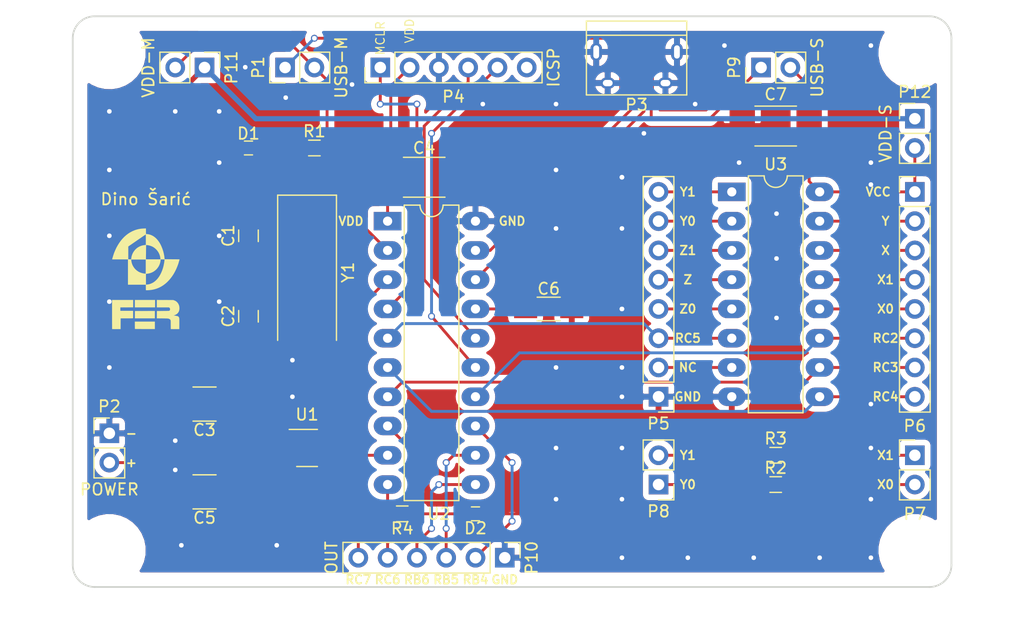
<source format=kicad_pcb>
(kicad_pcb (version 4) (host pcbnew 4.0.6)
  (layers (0 F.Cu signal) (31 B.Cu signal) (34 B.Paste user) (35 F.Paste user) (36 B.SilkS user) (37 F.SilkS user) (38 B.Mask user) (39 F.Mask user) (44 Edge.Cuts user))
  (net 0 "")
  (net 1 GND)
  (net 2 /CLKIN)
  (net 3 /CLKOUT)
  (net 4 "Net-(C3-Pad1)")
  (net 5 /VDD)
  (net 6 +5V)
  (net 7 "Net-(C6-Pad1)")
  (net 8 "Net-(C7-Pad2)")
  (net 9 "Net-(D1-Pad2)")
  (net 10 "Net-(D2-Pad2)")
  (net 11 /VBUS_USB)
  (net 12 /D-)
  (net 13 /D+)
  (net 14 "Net-(P3-Pad4)")
  (net 15 /MCLR)
  (net 16 /ICSPDAT)
  (net 17 /ICSPCLK)
  (net 18 "Net-(P4-Pad6)")
  (net 19 "Net-(P5-Pad2)")
  (net 20 /RC5)
  (net 21 /Z0)
  (net 22 /Z)
  (net 23 /Z1)
  (net 24 /Y0)
  (net 25 /Y1)
  (net 26 /Y)
  (net 27 /X)
  (net 28 /X1)
  (net 29 /X0)
  (net 30 /RC2)
  (net 31 /RC3)
  (net 32 /RC4)
  (net 33 "Net-(P7-Pad1)")
  (net 34 "Net-(P7-Pad2)")
  (net 35 "Net-(P8-Pad1)")
  (net 36 "Net-(P8-Pad2)")
  (net 37 /RB4)
  (net 38 /RB5)
  (net 39 /RB6)
  (net 40 /RC6)
  (net 41 /RC7)
  (net 42 /RB7)
  (net 43 "Net-(U1-Pad4)")
  (net 44 "Net-(U1-Pad5)")
  (module Mounting_Holes:MountingHole_4.3mm_M4 (layer F.Cu) (at 120.015 64.135)
    (fp_text reference REF** hide)
    (fp_text value MountingHole_4.3mm_M4)
    (pad 1 np_thru_hole circle (at 0 0) (size 4.3 4.3) (drill 4.3) (layers *.Cu *.Mask))
  )
  (module Mounting_Holes:MountingHole_4.3mm_M4 (layer F.Cu) (at 189.865 64.135)
    (fp_text reference REF** hide)
    (fp_text value MountingHole_4.3mm_M4)
    (pad 1 np_thru_hole circle (at 0 0) (size 4.3 4.3) (drill 4.3) (layers *.Cu *.Mask))
  )
  (module Mounting_Holes:MountingHole_4.3mm_M4 (layer F.Cu) (at 189.865 107.315)
    (fp_text reference "" (at 0 -5.3) (layer F.SilkS))
    (fp_text value MountingHole_4.3mm_M4)
    (pad 1 np_thru_hole circle (at 0 0) (size 4.3 4.3) (drill 4.3) (layers *.Cu *.Mask))
  )
  (module Pin_Headers:Pin_Header_Straight_1x02_Pitch2.54mm (layer F.Cu) (at 120.015 97.155)
    (fp_text reference P2 (at 0 -2.33) (layer F.SilkS))
    (fp_text value POWER (at 0 4.87) (layer F.SilkS))
    (pad 1 thru_hole rect (at 0 0) (size 1.7 1.7) (drill 1) (layers *.Cu *.Mask) (net 1 GND))
    (pad 2 thru_hole oval (at 0 2.54) (size 1.7 1.7) (drill 1) (layers *.Cu *.Mask) (net 4 "Net-(C3-Pad1)"))
  )
  (module Capacitors_SMD:C_0805_HandSoldering (layer F.Cu) (at 132.08 80.01 90)
    (fp_text reference C1 (at 0 -1.75 90) (layer F.SilkS))
    (fp_text value "22 p")
    (pad 1 smd rect (at -1.25 0 90) (size 1.5 1.25) (layers F.Cu F.Paste F.Mask) (net 1 GND))
    (pad 2 smd rect (at 1.25 0 90) (size 1.5 1.25) (layers F.Cu F.Paste F.Mask) (net 2 /CLKIN))
  )
  (module Capacitors_SMD:C_0805_HandSoldering (layer F.Cu) (at 132.08 86.995 90)
    (fp_text reference C2 (at 0 -1.75 90) (layer F.SilkS))
    (fp_text value "22 p")
    (pad 1 smd rect (at -1.25 0 90) (size 1.5 1.25) (layers F.Cu F.Paste F.Mask) (net 3 /CLKOUT))
    (pad 2 smd rect (at 1.25 0 90) (size 1.5 1.25) (layers F.Cu F.Paste F.Mask) (net 1 GND))
  )
  (module Capacitors_SMD:C_1210_HandSoldering (layer F.Cu) (at 128.27 94.615 180)
    (fp_text reference C3 (at 0 -2.25 180) (layer F.SilkS))
    (fp_text value 1u)
    (pad 1 smd rect (at -2 0 180) (size 2 2.5) (layers F.Cu F.Paste F.Mask) (net 4 "Net-(C3-Pad1)"))
    (pad 2 smd rect (at 2 0 180) (size 2 2.5) (layers F.Cu F.Paste F.Mask) (net 1 GND))
  )
  (module Capacitors_SMD:C_1812_HandSoldering (layer F.Cu) (at 147.32 74.93 180)
    (fp_text reference C4 (at 0 2.54 180) (layer F.SilkS))
    (fp_text value "100 n")
    (pad 1 smd rect (at -2.9 0 180) (size 2.2 3) (layers F.Cu F.Paste F.Mask) (net 1 GND))
    (pad 2 smd rect (at 2.9 0 180) (size 2.2 3) (layers F.Cu F.Paste F.Mask) (net 5 /VDD))
  )
  (module Capacitors_SMD:C_1210_HandSoldering (layer F.Cu) (at 128.27 102.235 180)
    (fp_text reference C5 (at 0 -2.25 180) (layer F.SilkS))
    (fp_text value 2u2)
    (pad 1 smd rect (at -2 0 180) (size 2 2.5) (layers F.Cu F.Paste F.Mask) (net 6 +5V))
    (pad 2 smd rect (at 2 0 180) (size 2 2.5) (layers F.Cu F.Paste F.Mask) (net 1 GND))
  )
  (module Capacitors_SMD:C_1206_HandSoldering (layer F.Cu) (at 158.115 86.36)
    (fp_text reference C6 (at 0 -1.75) (layer F.SilkS))
    (fp_text value "470 n")
    (pad 1 smd rect (at -2 0) (size 2 1.6) (layers F.Cu F.Paste F.Mask) (net 7 "Net-(C6-Pad1)"))
    (pad 2 smd rect (at 2 0) (size 2 1.6) (layers F.Cu F.Paste F.Mask) (net 1 GND))
  )
  (module Capacitors_SMD:C_1812_HandSoldering (layer F.Cu) (at 177.8 70.485)
    (fp_text reference C7 (at 0 -2.75) (layer F.SilkS))
    (fp_text value "10 n")
    (pad 1 smd rect (at -2.9 0) (size 2.2 3) (layers F.Cu F.Paste F.Mask) (net 1 GND))
    (pad 2 smd rect (at 2.9 0) (size 2.2 3) (layers F.Cu F.Paste F.Mask) (net 8 "Net-(C7-Pad2)"))
  )
  (module Capacitors_SMD:C_0603_HandSoldering (layer F.Cu) (at 132.08 72.39)
    (fp_text reference D1 (at 0 -1.25) (layer F.SilkS))
    (fp_text value LED_Small)
    (pad 1 smd rect (at -0.95 0) (size 1.2 0.75) (layers F.Cu F.Paste F.Mask) (net 1 GND))
    (pad 2 smd rect (at 0.95 0) (size 1.2 0.75) (layers F.Cu F.Paste F.Mask) (net 9 "Net-(D1-Pad2)"))
  )
  (module Capacitors_SMD:C_0603_HandSoldering (layer F.Cu) (at 151.765 104.14 180)
    (fp_text reference D2 (at 0 -1.25 180) (layer F.SilkS))
    (fp_text value LED_Small)
    (pad 1 smd rect (at -0.95 0 180) (size 1.2 0.75) (layers F.Cu F.Paste F.Mask) (net 1 GND))
    (pad 2 smd rect (at 0.95 0 180) (size 1.2 0.75) (layers F.Cu F.Paste F.Mask) (net 10 "Net-(D2-Pad2)"))
  )
  (module Pin_Headers:Pin_Header_Straight_1x02_Pitch2.54mm (layer F.Cu) (at 135.255 65.405 90)
    (fp_text reference P1 (at 0 -2.33 90) (layer F.SilkS))
    (fp_text value USB-M (at 0 4.87 90) (layer F.SilkS))
    (pad 1 thru_hole rect (at 0 0 90) (size 1.7 1.7) (drill 1) (layers *.Cu *.Mask) (net 11 /VBUS_USB))
    (pad 2 thru_hole oval (at 0 2.54 90) (size 1.7 1.7) (drill 1) (layers *.Cu *.Mask) (net 5 /VDD))
  )
  (module Connectors:USB_Micro-B (layer F.Cu) (at 165.735 65.405 180)
    (fp_text reference P3 (at 0 -3.24 180) (layer F.SilkS))
    (fp_text value USB_OTG)
    (pad 1 smd rect (at -1.3 -1.35 270) (size 1.35 0.4) (layers F.Cu F.Paste F.Mask) (net 11 /VBUS_USB))
    (pad 2 smd rect (at -0.65 -1.35 270) (size 1.35 0.4) (layers F.Cu F.Paste F.Mask) (net 12 /D-))
    (pad 3 smd rect (at 0 -1.35 270) (size 1.35 0.4) (layers F.Cu F.Paste F.Mask) (net 13 /D+))
    (pad 4 smd rect (at 0.65 -1.35 270) (size 1.35 0.4) (layers F.Cu F.Paste F.Mask) (net 14 "Net-(P3-Pad4)"))
    (pad 5 smd rect (at 1.3 -1.35 270) (size 1.35 0.4) (layers F.Cu F.Paste F.Mask) (net 1 GND))
    (pad 6 thru_hole oval (at -2.5 -1.35 270) (size 0.95 1.25) (drill oval 0.55 0.85) (layers *.Cu *.Mask) (net 1 GND))
    (pad 6 thru_hole oval (at 2.5 -1.35 270) (size 0.95 1.25) (drill oval 0.55 0.85) (layers *.Cu *.Mask) (net 1 GND))
    (pad 6 thru_hole oval (at -3.5 1.35 270) (size 1.55 1) (drill oval 1.15 0.5) (layers *.Cu *.Mask) (net 1 GND))
    (pad 6 thru_hole oval (at 3.5 1.35 270) (size 1.55 1) (drill oval 1.15 0.5) (layers *.Cu *.Mask) (net 1 GND))
  )
  (module Pin_Headers:Pin_Header_Straight_1x06_Pitch2.54mm (layer F.Cu) (at 143.51 65.405 90)
    (fp_text reference P4 (at -2.54 6.35 180) (layer F.SilkS))
    (fp_text value ICSP (at 0 15.03 90) (layer F.SilkS))
    (pad 1 thru_hole rect (at 0 0 90) (size 1.7 1.7) (drill 1) (layers *.Cu *.Mask) (net 15 /MCLR))
    (pad 2 thru_hole oval (at 0 2.54 90) (size 1.7 1.7) (drill 1) (layers *.Cu *.Mask) (net 5 /VDD))
    (pad 3 thru_hole oval (at 0 5.08 90) (size 1.7 1.7) (drill 1) (layers *.Cu *.Mask) (net 1 GND))
    (pad 4 thru_hole oval (at 0 7.62 90) (size 1.7 1.7) (drill 1) (layers *.Cu *.Mask) (net 16 /ICSPDAT))
    (pad 5 thru_hole oval (at 0 10.16 90) (size 1.7 1.7) (drill 1) (layers *.Cu *.Mask) (net 17 /ICSPCLK))
    (pad 6 thru_hole oval (at 0 12.7 90) (size 1.7 1.7) (drill 1) (layers *.Cu *.Mask) (net 18 "Net-(P4-Pad6)"))
  )
  (module Pin_Headers:Pin_Header_Straight_1x08_Pitch2.54mm (layer F.Cu) (at 167.64 93.98 180)
    (fp_text reference P5 (at 0 -2.33 180) (layer F.SilkS))
    (fp_text value CONN_01X08)
    (pad 1 thru_hole rect (at 0 0 180) (size 1.7 1.7) (drill 1) (layers *.Cu *.Mask) (net 1 GND))
    (pad 2 thru_hole oval (at 0 2.54 180) (size 1.7 1.7) (drill 1) (layers *.Cu *.Mask) (net 19 "Net-(P5-Pad2)"))
    (pad 3 thru_hole oval (at 0 5.08 180) (size 1.7 1.7) (drill 1) (layers *.Cu *.Mask) (net 20 /RC5))
    (pad 4 thru_hole oval (at 0 7.62 180) (size 1.7 1.7) (drill 1) (layers *.Cu *.Mask) (net 21 /Z0))
    (pad 5 thru_hole oval (at 0 10.16 180) (size 1.7 1.7) (drill 1) (layers *.Cu *.Mask) (net 22 /Z))
    (pad 6 thru_hole oval (at 0 12.7 180) (size 1.7 1.7) (drill 1) (layers *.Cu *.Mask) (net 23 /Z1))
    (pad 7 thru_hole oval (at 0 15.24 180) (size 1.7 1.7) (drill 1) (layers *.Cu *.Mask) (net 24 /Y0))
    (pad 8 thru_hole oval (at 0 17.78 180) (size 1.7 1.7) (drill 1) (layers *.Cu *.Mask) (net 25 /Y1))
  )
  (module Pin_Headers:Pin_Header_Straight_1x08_Pitch2.54mm (layer F.Cu) (at 189.865 76.2)
    (fp_text reference P6 (at 0 20.32) (layer F.SilkS))
    (fp_text value CONN_01X08)
    (pad 1 thru_hole rect (at 0 0) (size 1.7 1.7) (drill 1) (layers *.Cu *.Mask) (net 8 "Net-(C7-Pad2)"))
    (pad 2 thru_hole oval (at 0 2.54) (size 1.7 1.7) (drill 1) (layers *.Cu *.Mask) (net 26 /Y))
    (pad 3 thru_hole oval (at 0 5.08) (size 1.7 1.7) (drill 1) (layers *.Cu *.Mask) (net 27 /X))
    (pad 4 thru_hole oval (at 0 7.62) (size 1.7 1.7) (drill 1) (layers *.Cu *.Mask) (net 28 /X1))
    (pad 5 thru_hole oval (at 0 10.16) (size 1.7 1.7) (drill 1) (layers *.Cu *.Mask) (net 29 /X0))
    (pad 6 thru_hole oval (at 0 12.7) (size 1.7 1.7) (drill 1) (layers *.Cu *.Mask) (net 30 /RC2))
    (pad 7 thru_hole oval (at 0 15.24) (size 1.7 1.7) (drill 1) (layers *.Cu *.Mask) (net 31 /RC3))
    (pad 8 thru_hole oval (at 0 17.78) (size 1.7 1.7) (drill 1) (layers *.Cu *.Mask) (net 32 /RC4))
  )
  (module Pin_Headers:Pin_Header_Straight_1x02_Pitch2.54mm (layer F.Cu) (at 189.865 99.06)
    (fp_text reference P7 (at 0 5.08) (layer F.SilkS))
    (fp_text value CONN_01X02)
    (pad 1 thru_hole rect (at 0 0) (size 1.7 1.7) (drill 1) (layers *.Cu *.Mask) (net 33 "Net-(P7-Pad1)"))
    (pad 2 thru_hole oval (at 0 2.54) (size 1.7 1.7) (drill 1) (layers *.Cu *.Mask) (net 34 "Net-(P7-Pad2)"))
  )
  (module Pin_Headers:Pin_Header_Straight_1x02_Pitch2.54mm (layer F.Cu) (at 167.64 101.6 180)
    (fp_text reference P8 (at 0 -2.33 180) (layer F.SilkS))
    (fp_text value CONN_01X02)
    (pad 1 thru_hole rect (at 0 0 180) (size 1.7 1.7) (drill 1) (layers *.Cu *.Mask) (net 35 "Net-(P8-Pad1)"))
    (pad 2 thru_hole oval (at 0 2.54 180) (size 1.7 1.7) (drill 1) (layers *.Cu *.Mask) (net 36 "Net-(P8-Pad2)"))
  )
  (module Pin_Headers:Pin_Header_Straight_1x02_Pitch2.54mm (layer F.Cu) (at 176.53 65.405 90)
    (fp_text reference P9 (at 0 -2.33 90) (layer F.SilkS))
    (fp_text value USB-S (at 0 4.87 90) (layer F.SilkS))
    (pad 1 thru_hole rect (at 0 0 90) (size 1.7 1.7) (drill 1) (layers *.Cu *.Mask) (net 11 /VBUS_USB))
    (pad 2 thru_hole oval (at 0 2.54 90) (size 1.7 1.7) (drill 1) (layers *.Cu *.Mask) (net 8 "Net-(C7-Pad2)"))
  )
  (module Pin_Headers:Pin_Header_Straight_1x02_Pitch2.54mm (layer F.Cu) (at 128.27 65.405 270)
    (fp_text reference P11 (at 0 -2.33 270) (layer F.SilkS))
    (fp_text value VDD-M (at 0 4.87 270) (layer F.SilkS))
    (pad 1 thru_hole rect (at 0 0 270) (size 1.7 1.7) (drill 1) (layers *.Cu *.Mask) (net 6 +5V))
    (pad 2 thru_hole oval (at 0 2.54 270) (size 1.7 1.7) (drill 1) (layers *.Cu *.Mask) (net 5 /VDD))
  )
  (module Pin_Headers:Pin_Header_Straight_1x02_Pitch2.54mm (layer F.Cu) (at 189.865 69.85)
    (fp_text reference P12 (at 0 -2.33) (layer F.SilkS))
    (fp_text value VDD-S (at -2.54 1.27 90) (layer F.SilkS))
    (pad 1 thru_hole rect (at 0 0) (size 1.7 1.7) (drill 1) (layers *.Cu *.Mask) (net 6 +5V))
    (pad 2 thru_hole oval (at 0 2.54) (size 1.7 1.7) (drill 1) (layers *.Cu *.Mask) (net 8 "Net-(C7-Pad2)"))
  )
  (module Resistors_SMD:R_0603_HandSoldering (layer F.Cu) (at 137.795 72.39)
    (fp_text reference R1 (at 0 -1.45) (layer F.SilkS))
    (fp_text value 150)
    (pad 1 smd rect (at -1.1 0) (size 1.2 0.9) (layers F.Cu F.Paste F.Mask) (net 9 "Net-(D1-Pad2)"))
    (pad 2 smd rect (at 1.1 0) (size 1.2 0.9) (layers F.Cu F.Paste F.Mask) (net 5 /VDD))
  )
  (module Resistors_SMD:R_0603_HandSoldering (layer F.Cu) (at 177.8 101.6)
    (fp_text reference R2 (at 0 -1.45) (layer F.SilkS))
    (fp_text value 10k)
    (pad 1 smd rect (at -1.1 0) (size 1.2 0.9) (layers F.Cu F.Paste F.Mask) (net 35 "Net-(P8-Pad1)"))
    (pad 2 smd rect (at 1.1 0) (size 1.2 0.9) (layers F.Cu F.Paste F.Mask) (net 34 "Net-(P7-Pad2)"))
  )
  (module Resistors_SMD:R_0603_HandSoldering (layer F.Cu) (at 177.8 99.06)
    (fp_text reference R3 (at 0 -1.45) (layer F.SilkS))
    (fp_text value 100)
    (pad 1 smd rect (at -1.1 0) (size 1.2 0.9) (layers F.Cu F.Paste F.Mask) (net 36 "Net-(P8-Pad2)"))
    (pad 2 smd rect (at 1.1 0) (size 1.2 0.9) (layers F.Cu F.Paste F.Mask) (net 33 "Net-(P7-Pad1)"))
  )
  (module Resistors_SMD:R_0603_HandSoldering (layer F.Cu) (at 145.415 104.14)
    (fp_text reference R4 (at 0 1.27) (layer F.SilkS))
    (fp_text value 150)
    (pad 1 smd rect (at -1.1 0) (size 1.2 0.9) (layers F.Cu F.Paste F.Mask) (net 42 /RB7))
    (pad 2 smd rect (at 1.1 0) (size 1.2 0.9) (layers F.Cu F.Paste F.Mask) (net 10 "Net-(D2-Pad2)"))
  )
  (module Housings_DIP:DIP-20_W7.62mm_LongPads (layer F.Cu) (at 144.145 78.74)
    (fp_text reference U2 (at 4.445 25.4) (layer F.SilkS))
    (fp_text value PIC16F1459)
    (pad 1 thru_hole rect (at 0 0) (size 2.4 1.6) (drill 0.8) (layers *.Cu *.Mask) (net 5 /VDD))
    (pad 11 thru_hole oval (at 7.62 22.86) (size 2.4 1.6) (drill 0.8) (layers *.Cu *.Mask) (net 39 /RB6))
    (pad 2 thru_hole oval (at 0 2.54) (size 2.4 1.6) (drill 0.8) (layers *.Cu *.Mask) (net 2 /CLKIN))
    (pad 12 thru_hole oval (at 7.62 20.32) (size 2.4 1.6) (drill 0.8) (layers *.Cu *.Mask) (net 38 /RB5))
    (pad 3 thru_hole oval (at 0 5.08) (size 2.4 1.6) (drill 0.8) (layers *.Cu *.Mask) (net 3 /CLKOUT))
    (pad 13 thru_hole oval (at 7.62 17.78) (size 2.4 1.6) (drill 0.8) (layers *.Cu *.Mask) (net 37 /RB4))
    (pad 4 thru_hole oval (at 0 7.62) (size 2.4 1.6) (drill 0.8) (layers *.Cu *.Mask) (net 15 /MCLR))
    (pad 14 thru_hole oval (at 7.62 15.24) (size 2.4 1.6) (drill 0.8) (layers *.Cu *.Mask) (net 30 /RC2))
    (pad 5 thru_hole oval (at 0 10.16) (size 2.4 1.6) (drill 0.8) (layers *.Cu *.Mask) (net 20 /RC5))
    (pad 15 thru_hole oval (at 7.62 12.7) (size 2.4 1.6) (drill 0.8) (layers *.Cu *.Mask) (net 17 /ICSPCLK))
    (pad 6 thru_hole oval (at 0 12.7) (size 2.4 1.6) (drill 0.8) (layers *.Cu *.Mask) (net 32 /RC4))
    (pad 16 thru_hole oval (at 7.62 10.16) (size 2.4 1.6) (drill 0.8) (layers *.Cu *.Mask) (net 16 /ICSPDAT))
    (pad 7 thru_hole oval (at 0 15.24) (size 2.4 1.6) (drill 0.8) (layers *.Cu *.Mask) (net 31 /RC3))
    (pad 17 thru_hole oval (at 7.62 7.62) (size 2.4 1.6) (drill 0.8) (layers *.Cu *.Mask) (net 7 "Net-(C6-Pad1)"))
    (pad 8 thru_hole oval (at 0 17.78) (size 2.4 1.6) (drill 0.8) (layers *.Cu *.Mask) (net 40 /RC6))
    (pad 18 thru_hole oval (at 7.62 5.08) (size 2.4 1.6) (drill 0.8) (layers *.Cu *.Mask) (net 12 /D-))
    (pad 9 thru_hole oval (at 0 20.32) (size 2.4 1.6) (drill 0.8) (layers *.Cu *.Mask) (net 41 /RC7))
    (pad 19 thru_hole oval (at 7.62 2.54) (size 2.4 1.6) (drill 0.8) (layers *.Cu *.Mask) (net 13 /D+))
    (pad 10 thru_hole oval (at 0 22.86) (size 2.4 1.6) (drill 0.8) (layers *.Cu *.Mask) (net 42 /RB7))
    (pad 20 thru_hole oval (at 7.62 0) (size 2.4 1.6) (drill 0.8) (layers *.Cu *.Mask) (net 1 GND))
  )
  (module Crystals:Crystal_SMD_HC49-SD (layer F.Cu) (at 137.16 83.185 270)
    (fp_text reference Y1 (at 0 -3.55 270) (layer F.SilkS))
    (fp_text value Crystal)
    (pad 1 smd rect (at -4.25 0 270) (size 4.5 2) (layers F.Cu F.Paste F.Mask) (net 2 /CLKIN))
    (pad 2 smd rect (at 4.25 0 270) (size 4.5 2) (layers F.Cu F.Paste F.Mask) (net 3 /CLKOUT))
  )
  (module Pin_Headers:Pin_Header_Straight_1x06_Pitch2.54mm (layer F.Cu) (at 154.305 107.95 270)
    (fp_text reference P10 (at 0 -2.33 270) (layer F.SilkS))
    (fp_text value OUT (at 0 15.03 270) (layer F.SilkS))
    (pad 1 thru_hole rect (at 0 0 270) (size 1.7 1.7) (drill 1) (layers *.Cu *.Mask) (net 1 GND))
    (pad 2 thru_hole oval (at 0 2.54 270) (size 1.7 1.7) (drill 1) (layers *.Cu *.Mask) (net 37 /RB4))
    (pad 3 thru_hole oval (at 0 5.08 270) (size 1.7 1.7) (drill 1) (layers *.Cu *.Mask) (net 38 /RB5))
    (pad 4 thru_hole oval (at 0 7.62 270) (size 1.7 1.7) (drill 1) (layers *.Cu *.Mask) (net 39 /RB6))
    (pad 5 thru_hole oval (at 0 10.16 270) (size 1.7 1.7) (drill 1) (layers *.Cu *.Mask) (net 40 /RC6))
    (pad 6 thru_hole oval (at 0 12.7 270) (size 1.7 1.7) (drill 1) (layers *.Cu *.Mask) (net 41 /RC7))
  )
  (module Housings_DIP:DIP-16_W7.62mm_LongPads (layer F.Cu) (at 173.99 76.2)
    (fp_text reference U3 (at 3.81 -2.39) (layer F.SilkS))
    (fp_text value MAX4619)
    (pad 1 thru_hole rect (at 0 0) (size 2.4 1.6) (drill 0.8) (layers *.Cu *.Mask) (net 25 /Y1))
    (pad 9 thru_hole oval (at 7.62 17.78) (size 2.4 1.6) (drill 0.8) (layers *.Cu *.Mask) (net 32 /RC4))
    (pad 2 thru_hole oval (at 0 2.54) (size 2.4 1.6) (drill 0.8) (layers *.Cu *.Mask) (net 24 /Y0))
    (pad 10 thru_hole oval (at 7.62 15.24) (size 2.4 1.6) (drill 0.8) (layers *.Cu *.Mask) (net 31 /RC3))
    (pad 3 thru_hole oval (at 0 5.08) (size 2.4 1.6) (drill 0.8) (layers *.Cu *.Mask) (net 23 /Z1))
    (pad 11 thru_hole oval (at 7.62 12.7) (size 2.4 1.6) (drill 0.8) (layers *.Cu *.Mask) (net 30 /RC2))
    (pad 4 thru_hole oval (at 0 7.62) (size 2.4 1.6) (drill 0.8) (layers *.Cu *.Mask) (net 22 /Z))
    (pad 12 thru_hole oval (at 7.62 10.16) (size 2.4 1.6) (drill 0.8) (layers *.Cu *.Mask) (net 29 /X0))
    (pad 5 thru_hole oval (at 0 10.16) (size 2.4 1.6) (drill 0.8) (layers *.Cu *.Mask) (net 21 /Z0))
    (pad 13 thru_hole oval (at 7.62 7.62) (size 2.4 1.6) (drill 0.8) (layers *.Cu *.Mask) (net 28 /X1))
    (pad 6 thru_hole oval (at 0 12.7) (size 2.4 1.6) (drill 0.8) (layers *.Cu *.Mask) (net 20 /RC5))
    (pad 14 thru_hole oval (at 7.62 5.08) (size 2.4 1.6) (drill 0.8) (layers *.Cu *.Mask) (net 27 /X))
    (pad 7 thru_hole oval (at 0 15.24) (size 2.4 1.6) (drill 0.8) (layers *.Cu *.Mask) (net 19 "Net-(P5-Pad2)"))
    (pad 15 thru_hole oval (at 7.62 2.54) (size 2.4 1.6) (drill 0.8) (layers *.Cu *.Mask) (net 26 /Y))
    (pad 8 thru_hole oval (at 0 17.78) (size 2.4 1.6) (drill 0.8) (layers *.Cu *.Mask) (net 1 GND))
    (pad 16 thru_hole oval (at 7.62 0) (size 2.4 1.6) (drill 0.8) (layers *.Cu *.Mask) (net 8 "Net-(C7-Pad2)"))
  )
  (module FER:FERlogov3NEGBMP_025in (layer F.Cu) (at 123.19 83.82)
    (fp_text reference VAL hide)
    (fp_text value FERlogov3NEGBMP_025in hide)
  )
  (module TO_SOT_Packages_SMD:SOT-23-5_HandSoldering (layer F.Cu) (at 137.16 98.425)
    (fp_text reference U1 (at 0 -2.9) (layer F.SilkS))
    (fp_text value TPS709B50DBVT)
    (pad 1 smd rect (at -1.35 -0.95) (size 1.56 0.65) (layers F.Cu F.Paste F.Mask) (net 1 GND))
    (pad 2 smd rect (at -1.35 0) (size 1.56 0.65) (layers F.Cu F.Paste F.Mask) (net 4 "Net-(C3-Pad1)"))
    (pad 3 smd rect (at -1.35 0.95) (size 1.56 0.65) (layers F.Cu F.Paste F.Mask) (net 6 +5V))
    (pad 4 smd rect (at 1.35 0.95) (size 1.56 0.65) (layers F.Cu F.Paste F.Mask) (net 43 "Net-(U1-Pad4)"))
    (pad 5 smd rect (at 1.35 -0.95) (size 1.56 0.65) (layers F.Cu F.Paste F.Mask) (net 44 "Net-(U1-Pad5)"))
  )
  (module Mounting_Holes:MountingHole_4.3mm_M4 (layer F.Cu) (at 120.015 107.315)
    (fp_text reference "" (at -8.89 -0.635) (layer F.SilkS))
    (fp_text value MountingHole_4.3mm_M4)
    (pad 1 np_thru_hole circle (at 0 0) (size 4.3 4.3) (drill 4.3) (layers *.Cu *.Mask))
  )
  (gr_text NC (at 170.18 91.44) (layer F.SilkS) (effects (font (size 0.75 0.75))))
  (gr_text RC5 (at 170.18 88.9) (layer F.SilkS) (effects (font (size 0.75 0.75))))
  (gr_text RC4 (at 187.325 93.98) (layer F.SilkS) (effects (font (size 0.75 0.75))))
  (gr_text RC3 (at 187.325 91.44) (layer F.SilkS) (effects (font (size 0.75 0.75))))
  (gr_text RC2 (at 187.325 88.9) (layer F.SilkS) (effects (font (size 0.75 0.75))))
  (gr_text X0 (at 187.325 86.36) (layer F.SilkS) (effects (font (size 0.75 0.75))))
  (gr_text Z0 (at 170.18 86.36) (layer F.SilkS) (effects (font (size 0.75 0.75))))
  (gr_text Y0 (at 170.18 78.74) (layer F.SilkS) (effects (font (size 0.75 0.75))))
  (gr_text X1 (at 187.325 83.82) (layer F.SilkS) (effects (font (size 0.75 0.75))))
  (gr_text X (at 187.325 81.28) (layer F.SilkS) (effects (font (size 0.75 0.75))))
  (gr_text Y (at 187.325 78.74) (layer F.SilkS) (effects (font (size 0.75 0.75))))
  (gr_text Z (at 170.18 83.82) (layer F.SilkS) (effects (font (size 0.75 0.75))))
  (gr_text Z1 (at 170.18 81.28) (layer F.SilkS) (effects (font (size 0.75 0.75))))
  (gr_text Y1 (at 170.18 76.2) (layer F.SilkS) (effects (font (size 0.75 0.75))))
  (gr_text Y0 (at 170.18 101.6) (layer F.SilkS) (effects (font (size 0.75 0.75))))
  (gr_text X0 (at 187.325 101.6) (layer F.SilkS) (effects (font (size 0.75 0.75))))
  (gr_text X1 (at 187.325 99.06) (layer F.SilkS) (effects (font (size 0.75 0.75))))
  (gr_text Y1 (at 170.18 99.06) (layer F.SilkS) (effects (font (size 0.75 0.75))))
  (gr_text VCC (at 186.69 76.2) (layer F.SilkS) (effects (font (size 0.75 0.75))))
  (gr_text GND (at 170.18 93.98) (layer F.SilkS) (effects (font (size 0.75 0.75))))
  (gr_text GND (at 154.94 78.74) (layer F.SilkS) (effects (font (size 0.75 0.75))))
  (gr_text VDD (at 140.97 78.74) (layer F.SilkS) (effects (font (size 0.75 0.75))))
  (gr_text + (at 121.92 99.695) (layer F.SilkS) (effects (font (size 0.75 0.75))))
  (gr_text - (at 121.92 97.155) (layer F.SilkS) (effects (font (size 0.75 0.75))))
  (gr_text RC7 (at 141.605 109.855) (layer F.SilkS) (effects (font (size 0.75 0.75))))
  (gr_text RC6 (at 144.145 109.855) (layer F.SilkS) (effects (font (size 0.75 0.75))))
  (gr_text RB6 (at 146.685 109.855) (layer F.SilkS) (effects (font (size 0.75 0.75))))
  (gr_text RB5 (at 149.225 109.855) (layer F.SilkS) (effects (font (size 0.75 0.75))))
  (gr_text RB4 (at 151.765 109.855) (layer F.SilkS) (effects (font (size 0.75 0.75))))
  (gr_text GND (at 154.305 109.855) (layer F.SilkS) (effects (font (size 0.75 0.75))))
  (gr_text VDD (at 146.05 62.23 90) (layer F.SilkS) (effects (font (size 0.75 0.75) (thickness 0.1))))
  (gr_text MCLR (at 143.51 62.865 90) (layer F.SilkS) (effects (font (size 0.75 0.75) (thickness 0.1))))
  (gr_text "Dino Šarić" (at 123.19 76.835) (layer F.SilkS) (effects (font (size 1 1))))
  (gr_line (start 116.84 108.585) (end 116.84 62.865) (angle 90) (layer Edge.Cuts) (width 0.15))
  (gr_line (start 191.135 110.49) (end 118.745 110.49) (angle 90) (layer Edge.Cuts) (width 0.15))
  (gr_line (start 193.04 62.865) (end 193.04 108.585) (angle 90) (layer Edge.Cuts) (width 0.15))
  (gr_line (start 118.745 60.96) (end 191.135 60.96) (angle 90) (layer Edge.Cuts) (width 0.15))
  (gr_arc (start 191.135 62.865) (end 191.135 60.96) (angle 90) (layer Edge.Cuts) (width 0.15))
  (gr_arc (start 191.135 108.585) (end 193.04 108.585) (angle 90) (layer Edge.Cuts) (width 0.15))
  (gr_arc (start 118.745 108.585) (end 118.745 110.49) (angle 90) (layer Edge.Cuts) (width 0.15))
  (gr_arc (start 118.745 62.865) (end 116.84 62.865) (angle 90) (layer Edge.Cuts) (width 0.15))
  (segment (start 177.87 87.14) (end 177.87 81.98) (width 0.25) (layer B.Cu) (net 1))
  (via (at 177.87 81.98) (size 0.6) (drill 0.4) (layers F.Cu B.Cu) (net 1))
  (segment (start 177.87 73.68) (end 177.85 73.66) (width 0.25) (layer B.Cu) (net 1))
  (via (at 177.87 78.09) (size 0.6) (drill 0.4) (layers F.Cu B.Cu) (net 1))
  (segment (start 177.87 73.68) (end 177.87 78.09) (width 0.25) (layer B.Cu) (net 1))
  (segment (start 177.87 81.98) (end 177.87 78.09) (width 0.25) (layer F.Cu) (net 1))
  (via (at 177.87 87.14) (size 0.6) (drill 0.4) (layers F.Cu B.Cu) (net 1))
  (segment (start 135.31 68.02) (end 134.44 68.02) (width 0.25) (layer F.Cu) (net 1))
  (segment (start 139.92 68.02) (end 135.31 68.02) (width 0.25) (layer B.Cu) (net 1))
  (via (at 135.31 68.02) (size 0.6) (drill 0.4) (layers F.Cu B.Cu) (net 1))
  (segment (start 148.59 65.405) (end 148.59 63.77) (width 0.25) (layer B.Cu) (net 1))
  (via (at 141.06 66.88) (size 0.6) (drill 0.4) (layers F.Cu B.Cu) (net 1))
  (segment (start 141.06 63.77) (end 141.06 66.88) (width 0.25) (layer B.Cu) (net 1))
  (segment (start 148.59 63.77) (end 141.06 63.77) (width 0.25) (layer B.Cu) (net 1))
  (segment (start 141.06 66.88) (end 139.92 68.02) (width 0.25) (layer B.Cu) (net 1))
  (via (at 131.8 65.38) (size 0.6) (drill 0.4) (layers F.Cu B.Cu) (net 1))
  (segment (start 134.44 68.02) (end 131.8 65.38) (width 0.25) (layer F.Cu) (net 1))
  (segment (start 134.53 106.87) (end 126.26 106.87) (width 0.25) (layer B.Cu) (net 1))
  (via (at 126.26 106.87) (size 0.6) (drill 0.4) (layers F.Cu B.Cu) (net 1))
  (segment (start 126.26 106.87) (end 126.26 102.245) (width 0.25) (layer F.Cu) (net 1))
  (via (at 134.53 106.87) (size 0.6) (drill 0.4) (layers F.Cu B.Cu) (net 1))
  (segment (start 126.27 102.235) (end 126.26 102.245) (width 0.25) (layer F.Cu) (net 1))
  (segment (start 164.465 98.425) (end 158.75 98.425) (width 0.25) (layer B.Cu) (net 1))
  (via (at 158.75 102.87) (size 0.6) (drill 0.4) (layers F.Cu B.Cu) (net 1))
  (segment (start 158.75 98.425) (end 158.75 102.87) (width 0.25) (layer F.Cu) (net 1))
  (via (at 158.75 98.425) (size 0.6) (drill 0.4) (layers F.Cu B.Cu) (net 1))
  (segment (start 164.465 91.44) (end 158.75 91.44) (width 0.25) (layer F.Cu) (net 1))
  (via (at 158.75 91.44) (size 0.6) (drill 0.4) (layers F.Cu B.Cu) (net 1))
  (segment (start 164.465 102.87) (end 163.195 104.14) (width 0.25) (layer F.Cu) (net 1))
  (segment (start 163.195 104.14) (end 152.715 104.14) (width 0.25) (layer F.Cu) (net 1))
  (segment (start 164.465 107.95) (end 154.305 107.95) (width 0.25) (layer F.Cu) (net 1))
  (segment (start 132.08 85.745) (end 129.56 85.745) (width 0.25) (layer F.Cu) (net 1))
  (segment (start 129.56 85.745) (end 129.54 85.725) (width 0.25) (layer F.Cu) (net 1))
  (segment (start 132.08 81.26) (end 130.79 81.26) (width 0.25) (layer F.Cu) (net 1))
  (segment (start 130.79 81.26) (end 129.54 80.01) (width 0.25) (layer F.Cu) (net 1))
  (segment (start 131.13 72.39) (end 130.81 72.39) (width 0.25) (layer F.Cu) (net 1))
  (segment (start 130.81 72.39) (end 129.54 73.66) (width 0.25) (layer F.Cu) (net 1))
  (segment (start 158.75 68.58) (end 152.4 68.58) (width 0.25) (layer B.Cu) (net 1))
  (via (at 158.75 68.58) (size 0.6) (drill 0.4) (layers F.Cu B.Cu) (net 1))
  (via (at 152.4 68.58) (size 0.6) (drill 0.4) (layers F.Cu B.Cu) (net 1))
  (segment (start 158.75 74.295) (end 150.855 74.295) (width 0.25) (layer F.Cu) (net 1))
  (segment (start 150.855 74.295) (end 150.22 74.93) (width 0.25) (layer F.Cu) (net 1))
  (segment (start 164.465 107.95) (end 164.465 102.87) (width 0.25) (layer F.Cu) (net 1))
  (via (at 164.465 86.36) (size 0.6) (drill 0.4) (layers F.Cu B.Cu) (net 1))
  (segment (start 164.465 86.36) (end 164.465 86.36) (width 0.25) (layer B.Cu) (net 1))
  (via (at 164.465 86.36) (size 0.6) (drill 0.4) (layers F.Cu B.Cu) (net 1))
  (segment (start 164.465 91.44) (end 164.465 86.36) (width 0.25) (layer F.Cu) (net 1))
  (via (at 164.465 91.44) (size 0.6) (drill 0.4) (layers F.Cu B.Cu) (net 1))
  (segment (start 164.465 93.98) (end 164.465 91.44) (width 0.25) (layer B.Cu) (net 1))
  (via (at 164.465 93.98) (size 0.6) (drill 0.4) (layers F.Cu B.Cu) (net 1))
  (segment (start 164.465 98.425) (end 164.465 93.98) (width 0.25) (layer F.Cu) (net 1))
  (via (at 164.465 98.425) (size 0.6) (drill 0.4) (layers F.Cu B.Cu) (net 1))
  (segment (start 164.465 102.87) (end 164.465 98.425) (width 0.25) (layer B.Cu) (net 1))
  (via (at 164.465 102.87) (size 0.6) (drill 0.4) (layers F.Cu B.Cu) (net 1))
  (segment (start 158.75 68.58) (end 158.75 68.58) (width 0.25) (layer F.Cu) (net 1))
  (segment (start 164.465 79.375) (end 158.75 79.375) (width 0.25) (layer B.Cu) (net 1))
  (segment (start 158.75 79.375) (end 158.75 80.645) (width 0.25) (layer F.Cu) (net 1))
  (via (at 158.75 79.375) (size 0.6) (drill 0.4) (layers F.Cu B.Cu) (net 1))
  (via (at 186.055 63.5) (size 0.6) (drill 0.4) (layers F.Cu B.Cu) (net 1))
  (segment (start 186.055 73.66) (end 186.055 63.5) (width 0.25) (layer F.Cu) (net 1))
  (via (at 170.815 68.58) (size 0.6) (drill 0.4) (layers F.Cu B.Cu) (net 1))
  (segment (start 173.355 66.04) (end 170.815 68.58) (width 0.25) (layer F.Cu) (net 1))
  (segment (start 173.355 63.5) (end 173.355 66.04) (width 0.25) (layer F.Cu) (net 1))
  (via (at 173.355 63.5) (size 0.6) (drill 0.4) (layers F.Cu B.Cu) (net 1))
  (segment (start 186.055 63.5) (end 173.355 63.5) (width 0.25) (layer B.Cu) (net 1))
  (segment (start 164.465 74.93) (end 158.75 74.295) (width 0.25) (layer B.Cu) (net 1))
  (segment (start 164.465 68.58) (end 164.465 66.675) (width 0.25) (layer F.Cu) (net 1))
  (segment (start 158.75 68.58) (end 164.465 68.58) (width 0.25) (layer F.Cu) (net 1))
  (segment (start 158.75 74.295) (end 158.75 68.58) (width 0.25) (layer F.Cu) (net 1))
  (via (at 158.75 74.295) (size 0.6) (drill 0.4) (layers F.Cu B.Cu) (net 1))
  (segment (start 164.465 66.675) (end 164.465 66.725) (width 0.25) (layer F.Cu) (net 1))
  (segment (start 164.465 66.725) (end 164.435 66.755) (width 0.25) (layer F.Cu) (net 1))
  (segment (start 160.115 86.36) (end 164.465 86.36) (width 0.25) (layer F.Cu) (net 1))
  (segment (start 164.465 79.375) (end 164.465 86.36) (width 0.25) (layer F.Cu) (net 1))
  (via (at 164.465 79.375) (size 0.6) (drill 0.4) (layers F.Cu B.Cu) (net 1))
  (segment (start 164.465 74.93) (end 164.465 79.375) (width 0.25) (layer B.Cu) (net 1))
  (via (at 164.465 74.93) (size 0.6) (drill 0.4) (layers F.Cu B.Cu) (net 1))
  (segment (start 164.465 74.93) (end 164.465 74.93) (width 0.25) (layer F.Cu) (net 1))
  (via (at 164.465 74.93) (size 0.6) (drill 0.4) (layers F.Cu B.Cu) (net 1))
  (segment (start 166.37 71.12) (end 164.465 74.93) (width 0.25) (layer B.Cu) (net 1))
  (via (at 166.37 71.12) (size 0.6) (drill 0.4) (layers F.Cu B.Cu) (net 1))
  (segment (start 166.73 70.76) (end 166.37 71.12) (width 0.25) (layer F.Cu) (net 1))
  (segment (start 166.73 70.76) (end 174.625 70.76) (width 0.25) (layer F.Cu) (net 1))
  (segment (start 186.055 102.87) (end 186.055 98.425) (width 0.25) (layer B.Cu) (net 1))
  (via (at 164.465 107.95) (size 0.6) (drill 0.4) (layers F.Cu B.Cu) (net 1))
  (segment (start 164.465 107.95) (end 170.18 107.95) (width 0.25) (layer B.Cu) (net 1))
  (via (at 170.18 107.95) (size 0.6) (drill 0.4) (layers F.Cu B.Cu) (net 1))
  (segment (start 170.18 107.95) (end 175.895 107.95) (width 0.25) (layer F.Cu) (net 1))
  (via (at 175.895 107.95) (size 0.6) (drill 0.4) (layers F.Cu B.Cu) (net 1))
  (segment (start 175.895 107.95) (end 181.61 107.95) (width 0.25) (layer B.Cu) (net 1))
  (via (at 181.61 107.95) (size 0.6) (drill 0.4) (layers F.Cu B.Cu) (net 1))
  (segment (start 181.61 107.95) (end 186.055 107.95) (width 0.25) (layer F.Cu) (net 1))
  (via (at 186.055 107.95) (size 0.6) (drill 0.4) (layers F.Cu B.Cu) (net 1))
  (segment (start 186.055 107.95) (end 186.055 102.87) (width 0.25) (layer B.Cu) (net 1))
  (via (at 186.055 102.87) (size 0.6) (drill 0.4) (layers F.Cu B.Cu) (net 1))
  (segment (start 174.625 73.66) (end 174.625 70.76) (width 0.25) (layer F.Cu) (net 1))
  (via (at 174.625 73.66) (size 0.6) (drill 0.4) (layers F.Cu B.Cu) (net 1))
  (segment (start 186.055 73.66) (end 177.85 73.66) (width 0.25) (layer B.Cu) (net 1))
  (segment (start 177.85 73.66) (end 174.625 73.66) (width 0.25) (layer B.Cu) (net 1))
  (via (at 186.055 73.66) (size 0.6) (drill 0.4) (layers F.Cu B.Cu) (net 1))
  (segment (start 186.055 75.565) (end 186.055 73.66) (width 0.25) (layer F.Cu) (net 1))
  (via (at 186.055 75.565) (size 0.6) (drill 0.4) (layers F.Cu B.Cu) (net 1))
  (segment (start 186.055 94.615) (end 186.055 75.565) (width 0.25) (layer B.Cu) (net 1))
  (via (at 186.055 94.615) (size 0.6) (drill 0.4) (layers F.Cu B.Cu) (net 1))
  (segment (start 186.055 98.425) (end 186.055 94.615) (width 0.25) (layer F.Cu) (net 1))
  (via (at 186.055 98.425) (size 0.6) (drill 0.4) (layers F.Cu B.Cu) (net 1))
  (segment (start 135.81 97.475) (end 135.89 97.395) (width 0.25) (layer F.Cu) (net 1))
  (segment (start 135.89 97.395) (end 135.89 93.98) (width 0.25) (layer F.Cu) (net 1))
  (via (at 135.89 93.98) (size 0.6) (drill 0.4) (layers F.Cu B.Cu) (net 1))
  (segment (start 135.89 93.98) (end 135.89 90.805) (width 0.25) (layer B.Cu) (net 1))
  (via (at 135.89 90.805) (size 0.6) (drill 0.4) (layers F.Cu B.Cu) (net 1))
  (segment (start 135.89 90.805) (end 129.54 90.805) (width 0.25) (layer F.Cu) (net 1))
  (segment (start 129.54 90.805) (end 129.54 85.725) (width 0.25) (layer F.Cu) (net 1))
  (via (at 129.54 85.725) (size 0.6) (drill 0.4) (layers F.Cu B.Cu) (net 1))
  (segment (start 129.54 85.725) (end 129.54 80.01) (width 0.25) (layer B.Cu) (net 1))
  (via (at 129.54 80.01) (size 0.6) (drill 0.4) (layers F.Cu B.Cu) (net 1))
  (segment (start 129.54 80.01) (end 129.54 73.66) (width 0.25) (layer F.Cu) (net 1))
  (via (at 129.54 73.66) (size 0.6) (drill 0.4) (layers F.Cu B.Cu) (net 1))
  (segment (start 129.54 73.66) (end 129.54 69.215) (width 0.25) (layer B.Cu) (net 1))
  (via (at 129.54 69.215) (size 0.6) (drill 0.4) (layers F.Cu B.Cu) (net 1))
  (segment (start 129.54 69.215) (end 125.73 69.215) (width 0.25) (layer F.Cu) (net 1))
  (segment (start 125.73 97.155) (end 125.73 97.79) (width 0.25) (layer F.Cu) (net 1))
  (segment (start 125.73 100.33) (end 125.73 101.695) (width 0.25) (layer F.Cu) (net 1))
  (via (at 125.73 100.33) (size 0.6) (drill 0.4) (layers F.Cu B.Cu) (net 1))
  (segment (start 125.73 97.79) (end 125.73 100.33) (width 0.25) (layer B.Cu) (net 1))
  (via (at 125.73 97.79) (size 0.6) (drill 0.4) (layers F.Cu B.Cu) (net 1))
  (segment (start 125.73 101.695) (end 126.27 102.235) (width 0.25) (layer F.Cu) (net 1))
  (via (at 125.73 69.215) (size 0.6) (drill 0.4) (layers F.Cu B.Cu) (net 1))
  (segment (start 125.73 69.215) (end 120.015 69.215) (width 0.25) (layer B.Cu) (net 1))
  (via (at 120.015 69.215) (size 0.6) (drill 0.4) (layers F.Cu B.Cu) (net 1))
  (segment (start 120.015 69.215) (end 120.015 74.295) (width 0.25) (layer F.Cu) (net 1))
  (via (at 120.015 74.295) (size 0.6) (drill 0.4) (layers F.Cu B.Cu) (net 1))
  (segment (start 120.015 74.295) (end 120.015 80.01) (width 0.25) (layer B.Cu) (net 1))
  (via (at 120.015 80.01) (size 0.6) (drill 0.4) (layers F.Cu B.Cu) (net 1))
  (segment (start 120.015 80.01) (end 120.015 85.725) (width 0.25) (layer F.Cu) (net 1))
  (via (at 120.015 85.725) (size 0.6) (drill 0.4) (layers F.Cu B.Cu) (net 1))
  (segment (start 120.015 85.725) (end 120.015 91.44) (width 0.25) (layer B.Cu) (net 1))
  (via (at 120.015 91.44) (size 0.6) (drill 0.4) (layers F.Cu B.Cu) (net 1))
  (segment (start 120.015 91.44) (end 120.015 97.155) (width 0.25) (layer F.Cu) (net 1))
  (segment (start 120.015 97.155) (end 125.73 97.155) (width 0.25) (layer F.Cu) (net 1))
  (segment (start 125.73 97.155) (end 125.73 95.155) (width 0.25) (layer F.Cu) (net 1))
  (segment (start 125.73 95.155) (end 126.27 94.615) (width 0.25) (layer F.Cu) (net 1))
  (segment (start 132.08 78.76) (end 132.255 78.935) (width 0.25) (layer F.Cu) (net 2))
  (segment (start 132.255 78.935) (end 137.16 78.935) (width 0.25) (layer F.Cu) (net 2))
  (segment (start 144.145 81.28) (end 141.8 78.935) (width 0.25) (layer F.Cu) (net 2))
  (segment (start 141.8 78.935) (end 137.16 78.935) (width 0.25) (layer F.Cu) (net 2))
  (segment (start 137.16 87.435) (end 136.35 88.245) (width 0.25) (layer F.Cu) (net 3))
  (segment (start 136.35 88.245) (end 132.08 88.245) (width 0.25) (layer F.Cu) (net 3))
  (segment (start 144.145 83.82) (end 140.53 87.435) (width 0.25) (layer F.Cu) (net 3))
  (segment (start 140.53 87.435) (end 137.16 87.435) (width 0.25) (layer F.Cu) (net 3))
  (segment (start 120.015 99.695) (end 125.19 99.695) (width 0.25) (layer F.Cu) (net 4))
  (segment (start 125.19 99.695) (end 130.27 94.615) (width 0.25) (layer F.Cu) (net 4))
  (segment (start 134.08 98.425) (end 130.27 94.615) (width 0.25) (layer F.Cu) (net 4))
  (segment (start 135.81 98.425) (end 134.08 98.425) (width 0.25) (layer F.Cu) (net 4))
  (segment (start 144.42 74.93) (end 144.42 67.035) (width 0.25) (layer F.Cu) (net 5))
  (segment (start 144.42 67.035) (end 146.05 65.405) (width 0.25) (layer F.Cu) (net 5))
  (segment (start 144.42 74.93) (end 141.435 74.93) (width 0.25) (layer F.Cu) (net 5))
  (segment (start 141.435 74.93) (end 138.895 72.39) (width 0.25) (layer F.Cu) (net 5))
  (segment (start 144.145 78.74) (end 144.145 75.205) (width 0.25) (layer F.Cu) (net 5))
  (segment (start 144.145 75.205) (end 144.42 74.93) (width 0.25) (layer F.Cu) (net 5))
  (segment (start 137.795 65.405) (end 135.255 62.865) (width 0.25) (layer F.Cu) (net 5))
  (segment (start 128.27 62.865) (end 125.73 65.405) (width 0.25) (layer F.Cu) (net 5))
  (segment (start 135.255 62.865) (end 128.27 62.865) (width 0.25) (layer F.Cu) (net 5))
  (segment (start 146.325 65.68) (end 146.05 65.405) (width 0.25) (layer F.Cu) (net 5))
  (segment (start 138.895 72.39) (end 138.895 66.505) (width 0.25) (layer F.Cu) (net 5))
  (segment (start 138.895 66.505) (end 137.795 65.405) (width 0.25) (layer F.Cu) (net 5))
  (segment (start 128.27 65.405) (end 132.715 69.85) (width 0.45) (layer B.Cu) (net 6))
  (segment (start 132.715 69.85) (end 189.865 69.85) (width 0.45) (layer B.Cu) (net 6))
  (segment (start 130.27 102.235) (end 140.97 102.235) (width 0.45) (layer F.Cu) (net 6))
  (segment (start 123.825 69.85) (end 128.27 65.405) (width 0.45) (layer F.Cu) (net 6))
  (segment (start 123.825 87.63) (end 123.825 69.85) (width 0.45) (layer F.Cu) (net 6))
  (segment (start 128.27 92.075) (end 123.825 87.63) (width 0.45) (layer F.Cu) (net 6))
  (segment (start 130.81 92.075) (end 128.27 92.075) (width 0.45) (layer F.Cu) (net 6))
  (segment (start 140.97 92.075) (end 130.81 92.075) (width 0.45) (layer F.Cu) (net 6))
  (segment (start 140.97 102.235) (end 140.97 92.075) (width 0.45) (layer F.Cu) (net 6))
  (segment (start 135.81 99.375) (end 133.13 99.375) (width 0.45) (layer F.Cu) (net 6))
  (segment (start 133.13 99.375) (end 130.27 102.235) (width 0.45) (layer F.Cu) (net 6))
  (segment (start 156.115 86.36) (end 151.765 86.36) (width 0.25) (layer F.Cu) (net 7))
  (segment (start 189.865 76.2) (end 189.865 72.39) (width 0.25) (layer F.Cu) (net 8))
  (segment (start 181.61 76.2) (end 180.7 75.29) (width 0.25) (layer F.Cu) (net 8))
  (segment (start 180.7 75.29) (end 180.7 70.485) (width 0.25) (layer F.Cu) (net 8))
  (segment (start 181.61 76.2) (end 189.865 76.2) (width 0.25) (layer F.Cu) (net 8))
  (segment (start 179.07 65.405) (end 180.7 67.035) (width 0.25) (layer F.Cu) (net 8))
  (segment (start 180.7 67.035) (end 180.7 70.485) (width 0.25) (layer F.Cu) (net 8))
  (segment (start 136.695 72.39) (end 133.03 72.39) (width 0.25) (layer F.Cu) (net 9))
  (segment (start 146.515 104.14) (end 150.815 104.14) (width 0.25) (layer F.Cu) (net 10))
  (segment (start 167.005 66.04) (end 167.035 66.07) (width 0.25) (layer F.Cu) (net 11))
  (segment (start 167.035 66.07) (end 167.035 66.755) (width 0.25) (layer F.Cu) (net 11))
  (via (at 137.795 62.865) (size 0.6) (drill 0.4) (layers F.Cu B.Cu) (net 11))
  (segment (start 137.795 62.865) (end 163.83 62.865) (width 0.25) (layer F.Cu) (net 11))
  (segment (start 163.83 62.865) (end 167.005 66.04) (width 0.25) (layer F.Cu) (net 11))
  (segment (start 135.255 65.405) (end 137.795 62.865) (width 0.25) (layer B.Cu) (net 11))
  (segment (start 167.035 66.07) (end 167.035 66.755) (width 0.25) (layer F.Cu) (net 11))
  (segment (start 167.035 66.755) (end 167.005 66.785) (width 0.25) (layer F.Cu) (net 11))
  (segment (start 167.005 66.785) (end 167.005 69.85) (width 0.25) (layer F.Cu) (net 11))
  (segment (start 167.005 69.85) (end 172.085 69.85) (width 0.25) (layer F.Cu) (net 11))
  (segment (start 172.085 69.85) (end 176.53 65.405) (width 0.25) (layer F.Cu) (net 11))
  (segment (start 166.385 66.755) (end 166.37 66.77) (width 0.25) (layer F.Cu) (net 12))
  (segment (start 166.37 66.77) (end 166.37 69.215) (width 0.25) (layer F.Cu) (net 12))
  (segment (start 166.37 69.215) (end 151.765 83.82) (width 0.25) (layer F.Cu) (net 12))
  (segment (start 165.735 66.755) (end 165.735 68.58) (width 0.25) (layer F.Cu) (net 13))
  (segment (start 153.035 81.28) (end 151.765 81.28) (width 0.25) (layer F.Cu) (net 13))
  (segment (start 165.735 68.58) (end 153.035 81.28) (width 0.25) (layer F.Cu) (net 13))
  (segment (start 144.145 86.36) (end 146.685 83.82) (width 0.25) (layer F.Cu) (net 15))
  (segment (start 143.51 67.945) (end 143.51 65.405) (width 0.25) (layer F.Cu) (net 15))
  (segment (start 143.51 68.58) (end 143.51 67.945) (width 0.25) (layer F.Cu) (net 15))
  (via (at 143.51 68.58) (size 0.6) (drill 0.4) (layers F.Cu B.Cu) (net 15))
  (segment (start 146.685 68.58) (end 143.51 68.58) (width 0.25) (layer B.Cu) (net 15))
  (via (at 146.685 68.58) (size 0.6) (drill 0.4) (layers F.Cu B.Cu) (net 15))
  (segment (start 146.685 83.82) (end 146.685 68.58) (width 0.25) (layer F.Cu) (net 15))
  (segment (start 151.13 65.405) (end 151.13 66.675) (width 0.25) (layer F.Cu) (net 16))
  (segment (start 147.32 83.82) (end 151.765 88.9) (width 0.25) (layer F.Cu) (net 16))
  (segment (start 147.32 70.485) (end 147.32 83.82) (width 0.25) (layer F.Cu) (net 16))
  (segment (start 151.13 66.675) (end 147.32 70.485) (width 0.25) (layer F.Cu) (net 16))
  (segment (start 151.765 91.44) (end 147.955 86.995) (width 0.25) (layer F.Cu) (net 17))
  (segment (start 147.955 71.12) (end 153.67 65.405) (width 0.25) (layer F.Cu) (net 17))
  (via (at 147.955 71.12) (size 0.6) (drill 0.4) (layers F.Cu B.Cu) (net 17))
  (segment (start 147.955 86.995) (end 147.955 71.12) (width 0.25) (layer B.Cu) (net 17))
  (segment (start 147.955 86.995) (end 147.955 86.995) (width 0.25) (layer B.Cu) (net 17))
  (via (at 147.955 86.995) (size 0.6) (drill 0.4) (layers F.Cu B.Cu) (net 17))
  (segment (start 173.99 91.44) (end 167.64 91.44) (width 0.25) (layer F.Cu) (net 19))
  (segment (start 144.145 88.9) (end 145.415 87.63) (width 0.25) (layer B.Cu) (net 20))
  (segment (start 166.37 87.63) (end 167.64 88.9) (width 0.25) (layer B.Cu) (net 20))
  (segment (start 145.415 87.63) (end 166.37 87.63) (width 0.25) (layer B.Cu) (net 20))
  (segment (start 173.99 88.9) (end 167.64 88.9) (width 0.25) (layer F.Cu) (net 20))
  (segment (start 173.99 86.36) (end 167.64 86.36) (width 0.25) (layer F.Cu) (net 21))
  (segment (start 173.99 83.82) (end 167.64 83.82) (width 0.25) (layer F.Cu) (net 22))
  (segment (start 173.99 81.28) (end 167.64 81.28) (width 0.25) (layer F.Cu) (net 23))
  (segment (start 173.99 78.74) (end 167.64 78.74) (width 0.25) (layer F.Cu) (net 24))
  (segment (start 173.99 76.2) (end 167.64 76.2) (width 0.25) (layer F.Cu) (net 25))
  (segment (start 181.61 78.74) (end 189.865 78.74) (width 0.25) (layer F.Cu) (net 26))
  (segment (start 181.61 81.28) (end 189.865 81.28) (width 0.25) (layer F.Cu) (net 27))
  (segment (start 181.61 83.82) (end 189.865 83.82) (width 0.25) (layer F.Cu) (net 28))
  (segment (start 181.61 86.36) (end 189.865 86.36) (width 0.25) (layer F.Cu) (net 29))
  (segment (start 151.765 93.98) (end 155.575 90.17) (width 0.25) (layer B.Cu) (net 30))
  (segment (start 180.34 90.17) (end 181.61 88.9) (width 0.25) (layer B.Cu) (net 30))
  (segment (start 155.575 90.17) (end 180.34 90.17) (width 0.25) (layer B.Cu) (net 30))
  (segment (start 181.61 88.9) (end 189.865 88.9) (width 0.25) (layer F.Cu) (net 30))
  (segment (start 144.145 93.98) (end 145.415 92.71) (width 0.25) (layer F.Cu) (net 31))
  (segment (start 180.34 92.71) (end 181.61 91.44) (width 0.25) (layer F.Cu) (net 31))
  (segment (start 145.415 92.71) (end 180.34 92.71) (width 0.25) (layer F.Cu) (net 31))
  (segment (start 181.61 91.44) (end 189.865 91.44) (width 0.25) (layer F.Cu) (net 31))
  (segment (start 144.145 91.44) (end 147.955 95.25) (width 0.25) (layer B.Cu) (net 32))
  (segment (start 180.34 95.25) (end 181.61 93.98) (width 0.25) (layer B.Cu) (net 32))
  (segment (start 147.955 95.25) (end 180.34 95.25) (width 0.25) (layer B.Cu) (net 32))
  (segment (start 181.61 93.98) (end 189.865 93.98) (width 0.25) (layer F.Cu) (net 32))
  (segment (start 178.9 99.06) (end 189.865 99.06) (width 0.25) (layer F.Cu) (net 33))
  (segment (start 189.865 101.6) (end 178.9 101.6) (width 0.25) (layer F.Cu) (net 34))
  (segment (start 167.64 101.6) (end 176.7 101.6) (width 0.25) (layer F.Cu) (net 35))
  (segment (start 167.64 99.06) (end 176.7 99.06) (width 0.25) (layer F.Cu) (net 36))
  (segment (start 151.765 96.52) (end 154.94 99.695) (width 0.25) (layer F.Cu) (net 37))
  (segment (start 154.94 104.775) (end 151.765 107.95) (width 0.25) (layer F.Cu) (net 37))
  (via (at 154.94 104.775) (size 0.6) (drill 0.4) (layers F.Cu B.Cu) (net 37))
  (segment (start 154.94 99.695) (end 154.94 104.775) (width 0.25) (layer B.Cu) (net 37))
  (via (at 154.94 99.695) (size 0.6) (drill 0.4) (layers F.Cu B.Cu) (net 37))
  (via (at 151.765 107.95) (size 0.6) (drill 0.4) (layers F.Cu B.Cu) (net 37))
  (segment (start 149.225 107.95) (end 149.225 105.41) (width 0.25) (layer F.Cu) (net 38))
  (segment (start 149.86 99.06) (end 151.765 99.06) (width 0.25) (layer F.Cu) (net 38))
  (segment (start 149.225 99.695) (end 149.86 99.06) (width 0.25) (layer F.Cu) (net 38))
  (via (at 149.225 99.695) (size 0.6) (drill 0.4) (layers F.Cu B.Cu) (net 38))
  (segment (start 149.225 105.41) (end 149.225 99.695) (width 0.25) (layer B.Cu) (net 38))
  (via (at 149.225 105.41) (size 0.6) (drill 0.4) (layers F.Cu B.Cu) (net 38))
  (segment (start 151.765 101.6) (end 148.59 101.6) (width 0.25) (layer F.Cu) (net 39))
  (segment (start 146.685 106.68) (end 146.685 107.95) (width 0.25) (layer F.Cu) (net 39))
  (segment (start 147.955 105.41) (end 146.685 106.68) (width 0.25) (layer F.Cu) (net 39))
  (via (at 147.955 105.41) (size 0.6) (drill 0.4) (layers F.Cu B.Cu) (net 39))
  (segment (start 147.955 102.235) (end 147.955 105.41) (width 0.25) (layer B.Cu) (net 39))
  (segment (start 148.59 101.6) (end 147.955 102.235) (width 0.25) (layer B.Cu) (net 39))
  (via (at 148.59 101.6) (size 0.6) (drill 0.4) (layers F.Cu B.Cu) (net 39))
  (segment (start 144.145 107.95) (end 144.145 106.68) (width 0.25) (layer F.Cu) (net 40))
  (segment (start 146.685 99.06) (end 144.145 96.52) (width 0.25) (layer F.Cu) (net 40))
  (segment (start 146.685 102.235) (end 146.685 99.06) (width 0.25) (layer F.Cu) (net 40))
  (segment (start 145.415 103.505) (end 146.685 102.235) (width 0.25) (layer F.Cu) (net 40))
  (segment (start 145.415 105.41) (end 145.415 103.505) (width 0.25) (layer F.Cu) (net 40))
  (segment (start 144.145 106.68) (end 145.415 105.41) (width 0.25) (layer F.Cu) (net 40))
  (segment (start 144.145 99.06) (end 142.24 99.06) (width 0.25) (layer F.Cu) (net 41))
  (segment (start 141.605 99.695) (end 141.605 107.95) (width 0.25) (layer F.Cu) (net 41))
  (segment (start 142.24 99.06) (end 141.605 99.695) (width 0.25) (layer F.Cu) (net 41))
  (segment (start 144.145 101.6) (end 144.145 103.97) (width 0.25) (layer F.Cu) (net 42))
  (segment (start 144.145 103.97) (end 144.315 104.14) (width 0.25) (layer F.Cu) (net 42))
  (zone (net 1) (net_name GND) (layer B.Cu) (connect_pads (clearance 0.508)) (min_thickness 0.254) (fill yes (arc_segments 32) (thermal_gap 0.508) (thermal_bridge_width 0.508))
    (polygon (pts (xy 191.77 64.135) (xy 191.77 107.315) (xy 189.865 109.22) (xy 120.015 109.22) (xy 118.11 107.315) (xy 118.11 64.135) (xy 120.015 62.23) (xy 189.865 62.23)))
  )
  (zone (net 1) (net_name GND) (layer F.Cu) (connect_pads (clearance 0.508)) (min_thickness 0.254) (fill yes (arc_segments 32) (thermal_gap 0.508) (thermal_bridge_width 0.508))
    (polygon (pts (xy 191.77 64.135) (xy 191.77 107.315) (xy 189.865 109.22) (xy 120.015 109.22) (xy 118.11 107.315) (xy 118.11 64.135) (xy 120.015 62.23) (xy 189.865 62.23)))
  )
)
</source>
